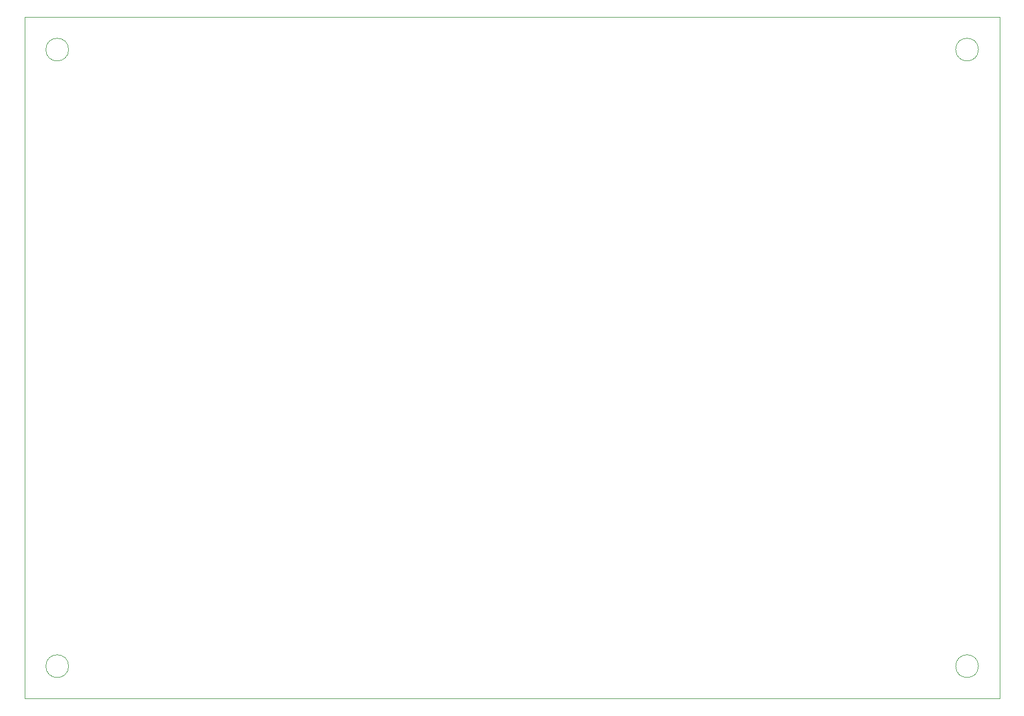
<source format=gbr>
%TF.GenerationSoftware,KiCad,Pcbnew,8.0.1*%
%TF.CreationDate,2024-05-22T11:23:19+02:00*%
%TF.ProjectId,Master,4d617374-6572-42e6-9b69-6361645f7063,rev?*%
%TF.SameCoordinates,Original*%
%TF.FileFunction,Profile,NP*%
%FSLAX46Y46*%
G04 Gerber Fmt 4.6, Leading zero omitted, Abs format (unit mm)*
G04 Created by KiCad (PCBNEW 8.0.1) date 2024-05-22 11:23:19*
%MOMM*%
%LPD*%
G01*
G04 APERTURE LIST*
%TA.AperFunction,Profile*%
%ADD10C,0.100000*%
%TD*%
G04 APERTURE END LIST*
D10*
X73750000Y-153000000D02*
G75*
G02*
X70250000Y-153000000I-1750000J0D01*
G01*
X70250000Y-153000000D02*
G75*
G02*
X73750000Y-153000000I1750000J0D01*
G01*
X213750000Y-58000000D02*
G75*
G02*
X210250000Y-58000000I-1750000J0D01*
G01*
X210250000Y-58000000D02*
G75*
G02*
X213750000Y-58000000I1750000J0D01*
G01*
X73750000Y-58000000D02*
G75*
G02*
X70250000Y-58000000I-1750000J0D01*
G01*
X70250000Y-58000000D02*
G75*
G02*
X73750000Y-58000000I1750000J0D01*
G01*
X67000000Y-53000000D02*
X217000000Y-53000000D01*
X217000000Y-158000000D01*
X67000000Y-158000000D01*
X67000000Y-53000000D01*
X213750000Y-153000000D02*
G75*
G02*
X210250000Y-153000000I-1750000J0D01*
G01*
X210250000Y-153000000D02*
G75*
G02*
X213750000Y-153000000I1750000J0D01*
G01*
M02*

</source>
